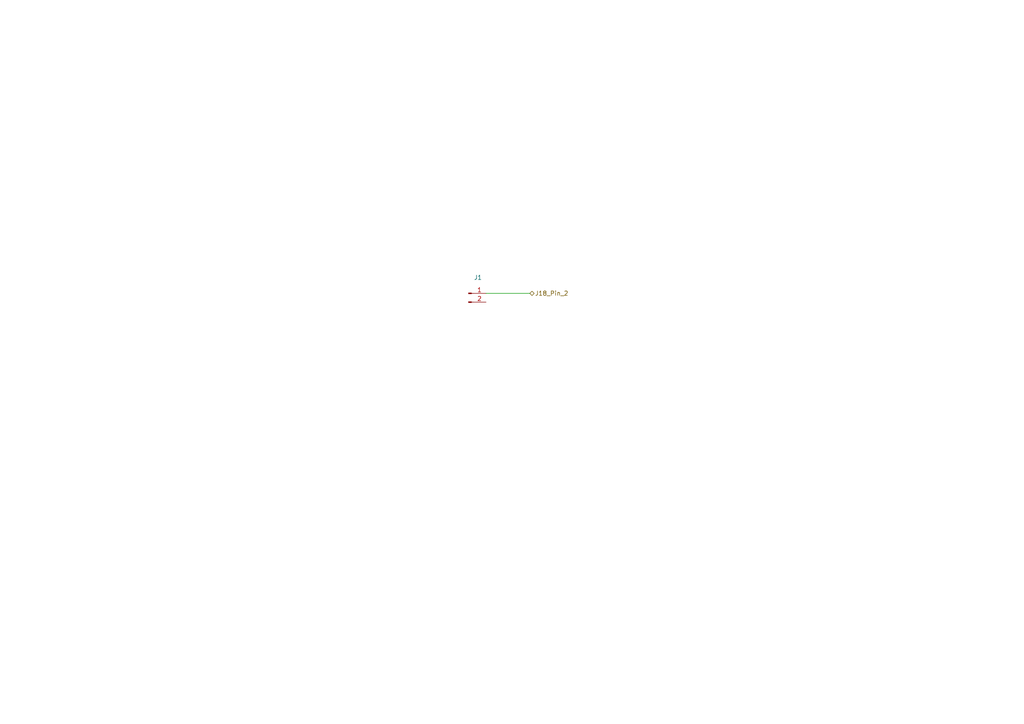
<source format=kicad_sch>
(kicad_sch (version 20211123) (generator eeschema)
  (paper "A4")
  (lib_symbols
    (symbol "Connector:Conn_01x02_Male" (pin_names (offset 1.016) hide)
      (property "Reference" "J" (at 0 2.54 0))
      (property "Value" "Conn_01x02_Male" (at 0 -5.08 0))
      (symbol "Conn_01x02_Male_1_1"
        (polyline (pts (xy 1.27 -2.54) (xy 0.8636 -2.54)) (stroke (width 0.1524)))
        (polyline (pts (xy 1.27 0) (xy 0.8636 0)) (stroke (width 0.1524)))
        (rectangle (start 0.8636 -2.413) (end 0 -2.667) (stroke (width 0.1524)) (fill (type outline)))
        (rectangle (start 0.8636 0.127) (end 0 -0.127) (stroke (width 0.1524)) (fill (type outline)))
        (pin passive line (at 5.08 0 180) (length 3.81) (name "Pin_1") (number "1"))
        (pin passive line (at 5.08 -2.54 180) (length 3.81) (name "Pin_2") (number "2"))
      )
    )
  )
  (wire (pts (xy 140.97 85.09) (xy 153.67 85.09)))
  (hierarchical_label "J18_Pin_2" (shape bidirectional) (at 153.67 85.09 0))
  (symbol (lib_id "Connector:Conn_01x02_Male") (at 135.89 85.09 0) (unit 1)
    (property "Reference" "J1" (at 138.6332 80.4926 0))
  )
)
</source>
